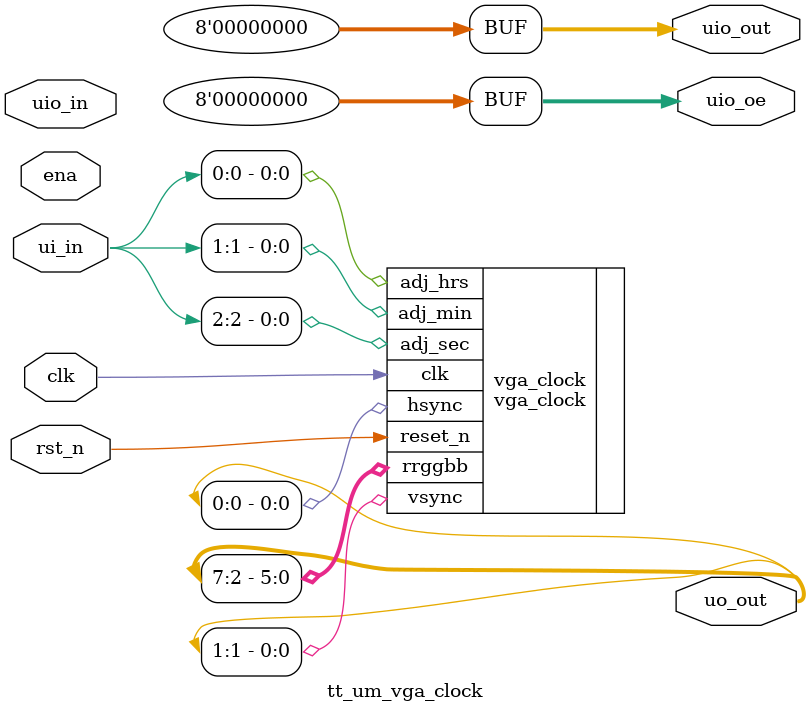
<source format=v>
`default_nettype none
module tt_um_vga_clock (
    input  wire [7:0] ui_in,    // Dedicated inputs
    output wire [7:0] uo_out,   // Dedicated outputs
    input  wire [7:0] uio_in,   // IOs: Input path
    output wire [7:0] uio_out,  // IOs: Output path
    output wire [7:0] uio_oe,   // IOs: Enable path (active high: 0=input, 1=output)
    input  wire       ena,
    input  wire       clk,
    input  wire       rst_n
);

    assign uio_oe = 0;
    assign uio_out = 0;

    vga_clock vga_clock (
    .clk        (clk), 
    .reset_n    (rst_n),
    // inputs
    .adj_hrs    (ui_in[0]),
    .adj_min    (ui_in[1]),
    .adj_sec    (ui_in[2]),
    // outputs
    .hsync      (uo_out[0]),
    .vsync      (uo_out[1]),
    .rrggbb     (uo_out[7:2])
    );

endmodule

</source>
